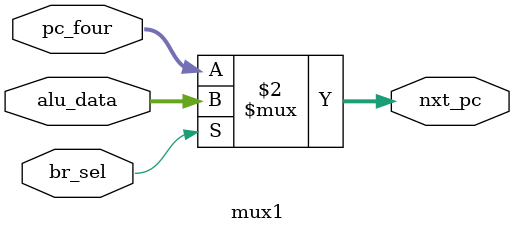
<source format=sv>
/* verilator lint_off EOFNEWLINE */
module mux1(
	input logic [31:0] alu_data,
	input logic [31:0] pc_four,
	input logic br_sel,
	output logic [31:0] nxt_pc 
);

assign nxt_pc=(br_sel==1)?alu_data:pc_four;
endmodule

</source>
